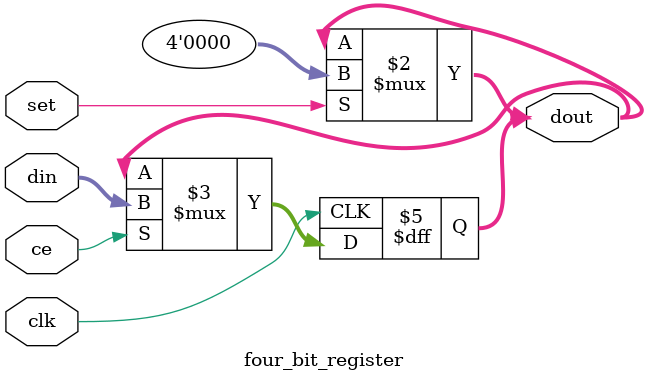
<source format=v>
`timescale 1ns / 1ps
module four_bit_register (input clk, input ce, input set, input [3:0] din, output  reg [3:0] dout);

always @(posedge clk) begin
    if (ce) begin
        dout <= din;
    end
end

assign dout = (set) ? 4'b0 : dout;

endmodule

</source>
